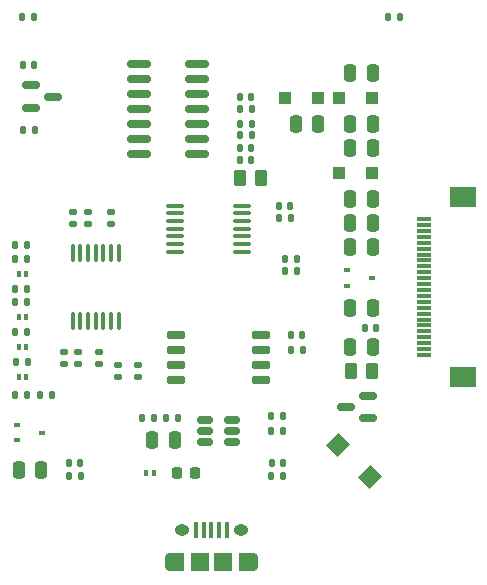
<source format=gbr>
%TF.GenerationSoftware,KiCad,Pcbnew,7.0.9*%
%TF.CreationDate,2023-12-18T09:55:38-05:00*%
%TF.ProjectId,_HW_EPaper,5f48575f-4550-4617-9065-722e6b696361,v1.0*%
%TF.SameCoordinates,Original*%
%TF.FileFunction,Paste,Top*%
%TF.FilePolarity,Positive*%
%FSLAX46Y46*%
G04 Gerber Fmt 4.6, Leading zero omitted, Abs format (unit mm)*
G04 Created by KiCad (PCBNEW 7.0.9) date 2023-12-18 09:55:38*
%MOMM*%
%LPD*%
G01*
G04 APERTURE LIST*
G04 Aperture macros list*
%AMRoundRect*
0 Rectangle with rounded corners*
0 $1 Rounding radius*
0 $2 $3 $4 $5 $6 $7 $8 $9 X,Y pos of 4 corners*
0 Add a 4 corners polygon primitive as box body*
4,1,4,$2,$3,$4,$5,$6,$7,$8,$9,$2,$3,0*
0 Add four circle primitives for the rounded corners*
1,1,$1+$1,$2,$3*
1,1,$1+$1,$4,$5*
1,1,$1+$1,$6,$7*
1,1,$1+$1,$8,$9*
0 Add four rect primitives between the rounded corners*
20,1,$1+$1,$2,$3,$4,$5,0*
20,1,$1+$1,$4,$5,$6,$7,0*
20,1,$1+$1,$6,$7,$8,$9,0*
20,1,$1+$1,$8,$9,$2,$3,0*%
%AMRotRect*
0 Rectangle, with rotation*
0 The origin of the aperture is its center*
0 $1 length*
0 $2 width*
0 $3 Rotation angle, in degrees counterclockwise*
0 Add horizontal line*
21,1,$1,$2,0,0,$3*%
G04 Aperture macros list end*
%ADD10R,1.300000X0.300000*%
%ADD11R,2.200000X1.800000*%
%ADD12RoundRect,0.135000X0.185000X-0.135000X0.185000X0.135000X-0.185000X0.135000X-0.185000X-0.135000X0*%
%ADD13RoundRect,0.147500X-0.147500X-0.172500X0.147500X-0.172500X0.147500X0.172500X-0.147500X0.172500X0*%
%ADD14RoundRect,0.140000X0.170000X-0.140000X0.170000X0.140000X-0.170000X0.140000X-0.170000X-0.140000X0*%
%ADD15RoundRect,0.140000X0.140000X0.170000X-0.140000X0.170000X-0.140000X-0.170000X0.140000X-0.170000X0*%
%ADD16RoundRect,0.135000X-0.185000X0.135000X-0.185000X-0.135000X0.185000X-0.135000X0.185000X0.135000X0*%
%ADD17RoundRect,0.250000X0.262500X0.450000X-0.262500X0.450000X-0.262500X-0.450000X0.262500X-0.450000X0*%
%ADD18RoundRect,0.250000X0.250000X0.475000X-0.250000X0.475000X-0.250000X-0.475000X0.250000X-0.475000X0*%
%ADD19R,0.508000X0.406400*%
%ADD20RoundRect,0.135000X-0.135000X-0.185000X0.135000X-0.185000X0.135000X0.185000X-0.135000X0.185000X0*%
%ADD21RoundRect,0.140000X-0.140000X-0.170000X0.140000X-0.170000X0.140000X0.170000X-0.140000X0.170000X0*%
%ADD22RoundRect,0.135000X0.135000X0.185000X-0.135000X0.185000X-0.135000X-0.185000X0.135000X-0.185000X0*%
%ADD23R,0.304800X0.558800*%
%ADD24RoundRect,0.150000X-0.650000X-0.150000X0.650000X-0.150000X0.650000X0.150000X-0.650000X0.150000X0*%
%ADD25RoundRect,0.150000X-0.587500X-0.150000X0.587500X-0.150000X0.587500X0.150000X-0.587500X0.150000X0*%
%ADD26RotRect,1.397000X1.498600X135.000000*%
%ADD27RoundRect,0.150000X0.825000X0.150000X-0.825000X0.150000X-0.825000X-0.150000X0.825000X-0.150000X0*%
%ADD28RoundRect,0.250000X0.300000X0.300000X-0.300000X0.300000X-0.300000X-0.300000X0.300000X-0.300000X0*%
%ADD29RoundRect,0.250000X-0.300000X-0.300000X0.300000X-0.300000X0.300000X0.300000X-0.300000X0.300000X0*%
%ADD30O,0.890000X1.550000*%
%ADD31O,1.250000X0.950000*%
%ADD32R,0.400000X1.350000*%
%ADD33R,1.200000X1.550000*%
%ADD34R,1.500000X1.550000*%
%ADD35RoundRect,0.150000X0.587500X0.150000X-0.587500X0.150000X-0.587500X-0.150000X0.587500X-0.150000X0*%
%ADD36RoundRect,0.250000X-0.250000X-0.475000X0.250000X-0.475000X0.250000X0.475000X-0.250000X0.475000X0*%
%ADD37RoundRect,0.100000X0.100000X-0.637500X0.100000X0.637500X-0.100000X0.637500X-0.100000X-0.637500X0*%
%ADD38RoundRect,0.100000X-0.637500X-0.100000X0.637500X-0.100000X0.637500X0.100000X-0.637500X0.100000X0*%
%ADD39RoundRect,0.150000X-0.512500X-0.150000X0.512500X-0.150000X0.512500X0.150000X-0.512500X0.150000X0*%
%ADD40RoundRect,0.218750X0.218750X0.256250X-0.218750X0.256250X-0.218750X-0.256250X0.218750X-0.256250X0*%
G04 APERTURE END LIST*
D10*
X144393000Y-144815000D03*
X144393000Y-144315000D03*
X144393000Y-143815000D03*
X144393000Y-143315000D03*
X144393000Y-142815000D03*
X144393000Y-142315000D03*
X144393000Y-141815000D03*
X144393000Y-141315000D03*
X144393000Y-140815000D03*
X144393000Y-140315000D03*
X144393000Y-139815000D03*
X144393000Y-139315000D03*
X144393000Y-138815000D03*
X144393000Y-138315000D03*
X144393000Y-137815000D03*
X144393000Y-137315000D03*
X144393000Y-136815000D03*
X144393000Y-136315000D03*
X144393000Y-135815000D03*
X144393000Y-135315000D03*
X144393000Y-134815000D03*
X144393000Y-134315000D03*
X144393000Y-133815000D03*
X144393000Y-133315000D03*
D11*
X147643000Y-146715000D03*
X147643000Y-131415000D03*
D12*
X117856000Y-133733000D03*
X117856000Y-132713000D03*
D13*
X120523000Y-150114000D03*
X121493000Y-150114000D03*
D14*
X114681000Y-133703000D03*
X114681000Y-132743000D03*
D15*
X140319000Y-142494000D03*
X139359000Y-142494000D03*
D16*
X116840000Y-144524000D03*
X116840000Y-145544000D03*
D17*
X139977500Y-146177000D03*
X138152500Y-146177000D03*
D18*
X140015000Y-131572000D03*
X138115000Y-131572000D03*
D19*
X137883900Y-137653001D03*
X137883900Y-138952999D03*
X139992100Y-138303000D03*
D18*
X140015000Y-135636000D03*
X138115000Y-135636000D03*
D12*
X118491000Y-146687000D03*
X118491000Y-145667000D03*
D18*
X140015000Y-144145000D03*
X138115000Y-144145000D03*
D15*
X115288000Y-153924000D03*
X114328000Y-153924000D03*
D20*
X132586000Y-136652000D03*
X133606000Y-136652000D03*
D19*
X109943900Y-150734001D03*
X109943900Y-152033999D03*
X112052100Y-151384000D03*
D21*
X132108000Y-132207000D03*
X133068000Y-132207000D03*
D22*
X110746000Y-140335000D03*
X109726000Y-140335000D03*
D21*
X133124000Y-143129000D03*
X134084000Y-143129000D03*
D20*
X122553000Y-150114000D03*
X123573000Y-150114000D03*
D23*
X110680500Y-146685000D03*
X110045500Y-146685000D03*
D12*
X115951000Y-133731000D03*
X115951000Y-132711000D03*
D24*
X123400000Y-143129000D03*
X123400000Y-144399000D03*
X123400000Y-145669000D03*
X123400000Y-146939000D03*
X130600000Y-146939000D03*
X130600000Y-145669000D03*
X130600000Y-144399000D03*
X130600000Y-143129000D03*
D12*
X115062000Y-145544000D03*
X115062000Y-144524000D03*
D22*
X115318000Y-155067000D03*
X114298000Y-155067000D03*
D25*
X111076500Y-121986000D03*
X111076500Y-123886000D03*
X112951500Y-122936000D03*
D20*
X128776000Y-125222000D03*
X129796000Y-125222000D03*
D21*
X128806000Y-122933000D03*
X129766000Y-122933000D03*
D23*
X110680500Y-141605000D03*
X110045500Y-141605000D03*
D20*
X131443000Y-151257000D03*
X132463000Y-151257000D03*
X110384000Y-125730000D03*
X111404000Y-125730000D03*
D22*
X112905000Y-148209000D03*
X111885000Y-148209000D03*
D20*
X109777600Y-142875000D03*
X110797600Y-142875000D03*
D26*
X139773502Y-155140502D03*
X137086498Y-152453498D03*
D12*
X120142000Y-146687000D03*
X120142000Y-145667000D03*
D20*
X132078000Y-133223000D03*
X133098000Y-133223000D03*
D18*
X140015000Y-127254000D03*
X138115000Y-127254000D03*
D22*
X134114000Y-144399000D03*
X133094000Y-144399000D03*
D27*
X125157000Y-127762000D03*
X125157000Y-126492000D03*
X125157000Y-125222000D03*
X125157000Y-123952000D03*
X125157000Y-122682000D03*
X125157000Y-121412000D03*
X125157000Y-120142000D03*
X120207000Y-120142000D03*
X120207000Y-121412000D03*
X120207000Y-122682000D03*
X120207000Y-123952000D03*
X120207000Y-125222000D03*
X120207000Y-126492000D03*
X120207000Y-127762000D03*
D22*
X110746000Y-148209000D03*
X109726000Y-148209000D03*
D23*
X121475500Y-154813000D03*
X120840500Y-154813000D03*
D28*
X139957000Y-129413000D03*
X137157000Y-129413000D03*
D12*
X113919000Y-145544000D03*
X113919000Y-144524000D03*
D20*
X109726000Y-135509000D03*
X110746000Y-135509000D03*
D29*
X132585000Y-123063000D03*
X135385000Y-123063000D03*
X137157000Y-123063000D03*
X139957000Y-123063000D03*
D18*
X140015000Y-133604000D03*
X138115000Y-133604000D03*
D30*
X122865000Y-162336000D03*
D31*
X123865000Y-159636000D03*
X128865000Y-159636000D03*
D30*
X129865000Y-162336000D03*
D32*
X125065000Y-159636000D03*
X125715000Y-159636000D03*
X126365000Y-159636000D03*
X127015000Y-159636000D03*
X127665000Y-159636000D03*
D33*
X123465000Y-162336000D03*
D34*
X125365000Y-162336000D03*
X127365000Y-162336000D03*
D33*
X129265000Y-162336000D03*
D13*
X128823000Y-126231000D03*
X129793000Y-126231000D03*
D23*
X110680500Y-137922000D03*
X110045500Y-137922000D03*
D22*
X132463000Y-155067000D03*
X131443000Y-155067000D03*
D35*
X139621500Y-150175000D03*
X139621500Y-148275000D03*
X137746500Y-149225000D03*
D18*
X140015000Y-140843000D03*
X138115000Y-140843000D03*
D36*
X133496000Y-125268000D03*
X135396000Y-125268000D03*
D20*
X110361000Y-116205000D03*
X111381000Y-116205000D03*
D22*
X142369000Y-116205000D03*
X141349000Y-116205000D03*
D36*
X110048000Y-154559000D03*
X111948000Y-154559000D03*
D18*
X123251000Y-152019000D03*
X121351000Y-152019000D03*
D20*
X109790688Y-145415000D03*
X110810688Y-145415000D03*
D18*
X140015000Y-120904000D03*
X138115000Y-120904000D03*
D37*
X114636000Y-141927500D03*
X115286000Y-141927500D03*
X115936000Y-141927500D03*
X116586000Y-141927500D03*
X117236000Y-141927500D03*
X117886000Y-141927500D03*
X118536000Y-141927500D03*
X118536000Y-136202500D03*
X117886000Y-136202500D03*
X117236000Y-136202500D03*
X116586000Y-136202500D03*
X115936000Y-136202500D03*
X115286000Y-136202500D03*
X114636000Y-136202500D03*
D17*
X130579500Y-129794000D03*
X128754500Y-129794000D03*
D38*
X123248500Y-132162000D03*
X123248500Y-132812000D03*
X123248500Y-133462000D03*
X123248500Y-134112000D03*
X123248500Y-134762000D03*
X123248500Y-135412000D03*
X123248500Y-136062000D03*
X128973500Y-136062000D03*
X128973500Y-135412000D03*
X128973500Y-134762000D03*
X128973500Y-134112000D03*
X128973500Y-133462000D03*
X128973500Y-132812000D03*
X128973500Y-132162000D03*
D20*
X131443000Y-149987000D03*
X132463000Y-149987000D03*
D21*
X128806000Y-127254000D03*
X129766000Y-127254000D03*
D22*
X110746000Y-136652000D03*
X109726000Y-136652000D03*
X133606000Y-137668000D03*
X132586000Y-137668000D03*
D21*
X128806000Y-128270000D03*
X129766000Y-128270000D03*
D23*
X110680500Y-144145000D03*
X110045500Y-144145000D03*
D39*
X125801500Y-150307000D03*
X125801500Y-151257000D03*
X125801500Y-152207000D03*
X128076500Y-152207000D03*
X128076500Y-151257000D03*
X128076500Y-150307000D03*
D20*
X109726000Y-139192000D03*
X110746000Y-139192000D03*
D22*
X129796000Y-123952000D03*
X128776000Y-123952000D03*
D40*
X124993500Y-154813000D03*
X123418500Y-154813000D03*
D15*
X132433000Y-153924000D03*
X131473000Y-153924000D03*
D18*
X140015000Y-125222000D03*
X138115000Y-125222000D03*
D21*
X110391000Y-120269000D03*
X111351000Y-120269000D03*
M02*

</source>
